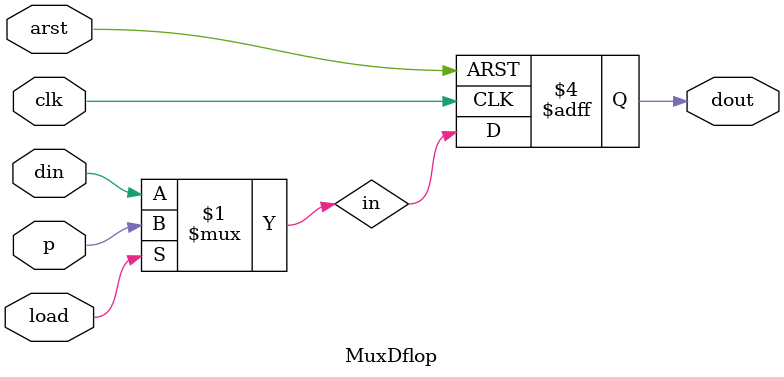
<source format=v>
/*--  *******************************************************
--  Computer Architecture Course, Laboratory Sources 
--  Amirkabir University of Technology (Tehran Polytechnic)
--  Department of Computer Engineering (CE-AUT)
--  https://ce[dot]aut[dot]ac[dot]ir
--  *******************************************************
--  All Rights reserved (C) 2019-2020
--  *******************************************************
--  Student ID  : 
--  Student Name: 
--  Student Mail: 
--  *******************************************************
--  Additional Comments:
--
--*/

/*-----------------------------------------------------------
---  Module Name: Light Dance
---  Description: Module5:
-----------------------------------------------------------*/
`timescale 1 ns/1 ns

module MuxDflop (
	input  arst  , // async reset
	input  clk   , // clock posedge
	input  din   , // data  in
	input  load  , // data  load
	input  p     , // load data
	output reg dout    // data  out
);

	wire in;
	assign in = load ? p : din;
	always@(posedge clk or negedge arst)
		if(~arst) dout=0;
		else 		 dout=in;
endmodule
</source>
